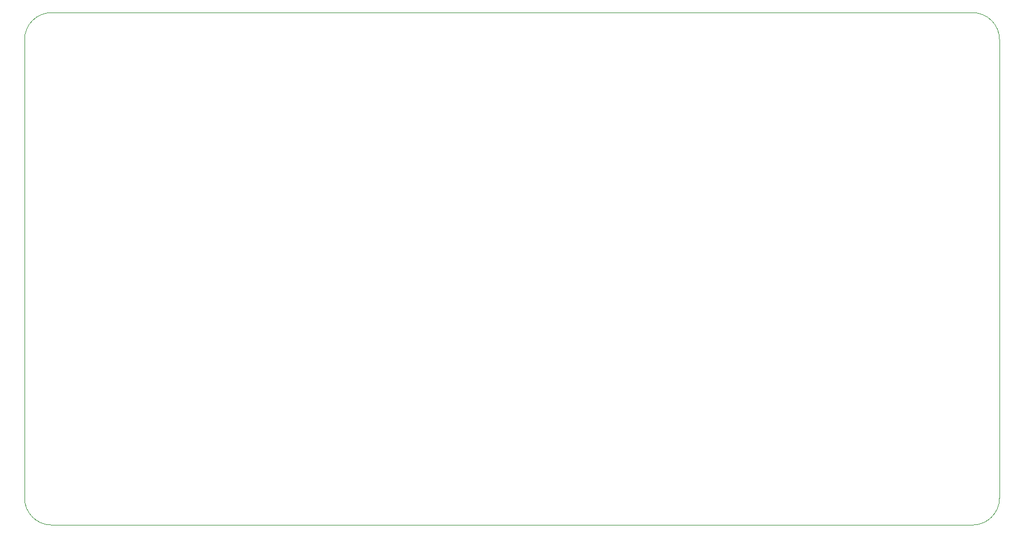
<source format=gm1>
%TF.GenerationSoftware,KiCad,Pcbnew,(6.0.10)*%
%TF.CreationDate,2023-05-07T18:06:42-05:00*%
%TF.ProjectId,Hardware_Rev1,48617264-7761-4726-955f-526576312e6b,rev?*%
%TF.SameCoordinates,Original*%
%TF.FileFunction,Profile,NP*%
%FSLAX46Y46*%
G04 Gerber Fmt 4.6, Leading zero omitted, Abs format (unit mm)*
G04 Created by KiCad (PCBNEW (6.0.10)) date 2023-05-07 18:06:42*
%MOMM*%
%LPD*%
G01*
G04 APERTURE LIST*
%TA.AperFunction,Profile*%
%ADD10C,0.050000*%
%TD*%
G04 APERTURE END LIST*
D10*
X76200000Y-120446800D02*
G75*
G03*
X80213200Y-124460000I4013200J0D01*
G01*
X216966800Y-124460000D02*
X80213200Y-124460000D01*
X76200000Y-120446800D02*
X76200000Y-52273200D01*
X80213200Y-48260000D02*
X216966800Y-48260000D01*
X80213200Y-48260000D02*
G75*
G03*
X76200000Y-52273200I0J-4013200D01*
G01*
X220980000Y-52273200D02*
G75*
G03*
X216966800Y-48260000I-4013200J0D01*
G01*
X220980000Y-52273200D02*
X220980000Y-120446800D01*
X216966800Y-124460000D02*
G75*
G03*
X220980000Y-120446800I0J4013200D01*
G01*
M02*

</source>
